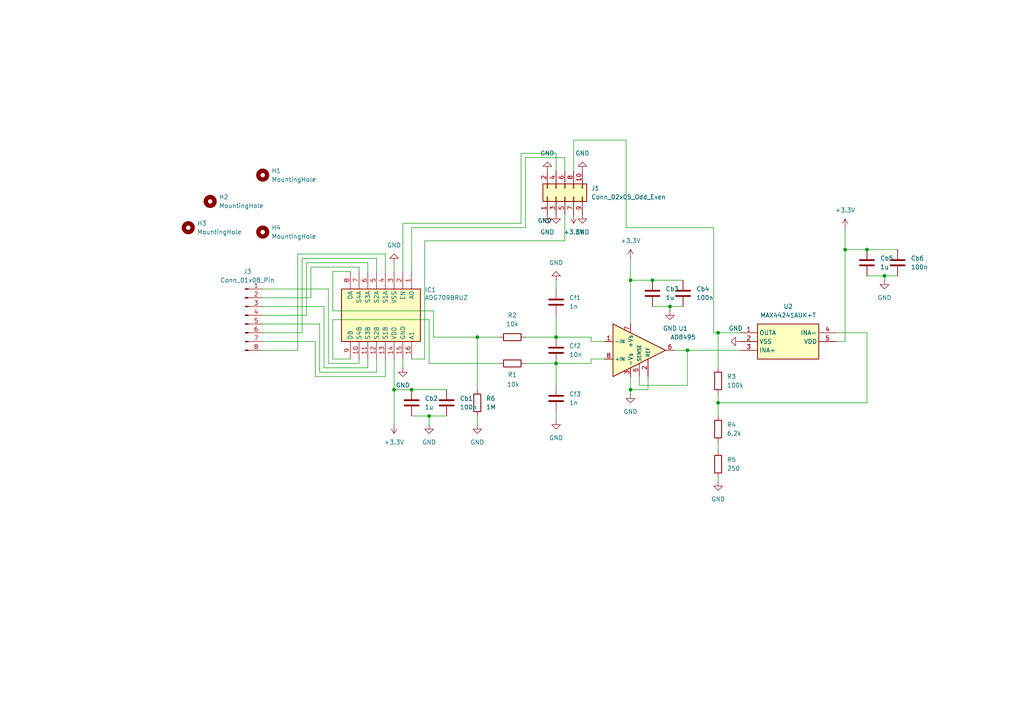
<source format=kicad_sch>
(kicad_sch (version 20231120) (generator "eeschema") (generator_version "8.0")
  (paper "A4")
  (lib_symbols
    (symbol "ADG709BRUZ:ADG709BRUZ"
      (property "Reference" "IC" (at 21.59 7.62 0))
      (property "Value" "ADG709BRUZ" (at 21.59 5.08 0))
      (symbol "ADG709BRUZ_1_1"
        (rectangle (start 5.08 2.54) (end 20.32 -20.32) (stroke (width 0.254)) (fill (type background)))
        (pin passive line (at 0 0 0) (length 5.08) (name "A0") (number "1"))
        (pin passive line (at 25.4 -15.24 180) (length 5.08) (name "S4B") (number "10"))
        (pin passive line (at 25.4 -12.7 180) (length 5.08) (name "S3B") (number "11"))
        (pin passive line (at 25.4 -10.16 180) (length 5.08) (name "S2B") (number "12"))
        (pin passive line (at 25.4 -7.62 180) (length 5.08) (name "S1B") (number "13"))
        (pin passive line (at 25.4 -5.08 180) (length 5.08) (name "VDD") (number "14"))
        (pin passive line (at 25.4 -2.54 180) (length 5.08) (name "GND") (number "15"))
        (pin passive line (at 25.4 0 180) (length 5.08) (name "A1") (number "16"))
        (pin passive line (at 0 -2.54 0) (length 5.08) (name "EN") (number "2"))
        (pin passive line (at 0 -5.08 0) (length 5.08) (name "VSS") (number "3"))
        (pin passive line (at 0 -7.62 0) (length 5.08) (name "S1A") (number "4"))
        (pin passive line (at 0 -10.16 0) (length 5.08) (name "S2A") (number "5"))
        (pin passive line (at 0 -12.7 0) (length 5.08) (name "S3A") (number "6"))
        (pin passive line (at 0 -15.24 0) (length 5.08) (name "S4A") (number "7"))
        (pin passive line (at 0 -17.78 0) (length 5.08) (name "DA") (number "8"))
        (pin passive line (at 25.4 -17.78 180) (length 5.08) (name "DB") (number "9"))
      )
    )
    (symbol "Connector:Conn_01x08_Pin" (pin_names (offset 1.016) hide)
      (property "Reference" "J" (at 0 10.16 0))
      (property "Value" "Conn_01x08_Pin" (at 0 -12.7 0))
      (symbol "Conn_01x08_Pin_1_1"
        (polyline (pts (xy 1.27 -10.16) (xy 0.8636 -10.16)) (stroke (width 0.1524)))
        (polyline (pts (xy 1.27 -7.62) (xy 0.8636 -7.62)) (stroke (width 0.1524)))
        (polyline (pts (xy 1.27 -5.08) (xy 0.8636 -5.08)) (stroke (width 0.1524)))
        (polyline (pts (xy 1.27 -2.54) (xy 0.8636 -2.54)) (stroke (width 0.1524)))
        (polyline (pts (xy 1.27 0) (xy 0.8636 0)) (stroke (width 0.1524)))
        (polyline (pts (xy 1.27 2.54) (xy 0.8636 2.54)) (stroke (width 0.1524)))
        (polyline (pts (xy 1.27 5.08) (xy 0.8636 5.08)) (stroke (width 0.1524)))
        (polyline (pts (xy 1.27 7.62) (xy 0.8636 7.62)) (stroke (width 0.1524)))
        (rectangle (start 0.8636 -10.033) (end 0 -10.287) (stroke (width 0.1524)) (fill (type outline)))
        (rectangle (start 0.8636 -7.493) (end 0 -7.747) (stroke (width 0.1524)) (fill (type outline)))
        (rectangle (start 0.8636 -4.953) (end 0 -5.207) (stroke (width 0.1524)) (fill (type outline)))
        (rectangle (start 0.8636 -2.413) (end 0 -2.667) (stroke (width 0.1524)) (fill (type outline)))
        (rectangle (start 0.8636 0.127) (end 0 -0.127) (stroke (width 0.1524)) (fill (type outline)))
        (rectangle (start 0.8636 2.667) (end 0 2.413) (stroke (width 0.1524)) (fill (type outline)))
        (rectangle (start 0.8636 5.207) (end 0 4.953) (stroke (width 0.1524)) (fill (type outline)))
        (rectangle (start 0.8636 7.747) (end 0 7.493) (stroke (width 0.1524)) (fill (type outline)))
        (pin passive line (at 5.08 7.62 180) (length 3.81) (name "Pin_1") (number "1"))
        (pin passive line (at 5.08 5.08 180) (length 3.81) (name "Pin_2") (number "2"))
        (pin passive line (at 5.08 2.54 180) (length 3.81) (name "Pin_3") (number "3"))
        (pin passive line (at 5.08 0 180) (length 3.81) (name "Pin_4") (number "4"))
        (pin passive line (at 5.08 -2.54 180) (length 3.81) (name "Pin_5") (number "5"))
        (pin passive line (at 5.08 -5.08 180) (length 3.81) (name "Pin_6") (number "6"))
        (pin passive line (at 5.08 -7.62 180) (length 3.81) (name "Pin_7") (number "7"))
        (pin passive line (at 5.08 -10.16 180) (length 3.81) (name "Pin_8") (number "8"))
      )
    )
    (symbol "Connector_Generic:Conn_02x05_Odd_Even" (pin_names (offset 1.016) hide)
      (property "Reference" "J" (at 1.27 7.62 0))
      (property "Value" "Conn_02x05_Odd_Even" (at 1.27 -7.62 0))
      (symbol "Conn_02x05_Odd_Even_1_1"
        (rectangle (start -1.27 -4.953) (end 0 -5.207) (stroke (width 0.1524)))
        (rectangle (start -1.27 -2.413) (end 0 -2.667) (stroke (width 0.1524)))
        (rectangle (start -1.27 0.127) (end 0 -0.127) (stroke (width 0.1524)))
        (rectangle (start -1.27 2.667) (end 0 2.413) (stroke (width 0.1524)))
        (rectangle (start -1.27 5.207) (end 0 4.953) (stroke (width 0.1524)))
        (rectangle (start -1.27 6.35) (end 3.81 -6.35) (stroke (width 0.254)) (fill (type background)))
        (rectangle (start 3.81 -4.953) (end 2.54 -5.207) (stroke (width 0.1524)))
        (rectangle (start 3.81 -2.413) (end 2.54 -2.667) (stroke (width 0.1524)))
        (rectangle (start 3.81 0.127) (end 2.54 -0.127) (stroke (width 0.1524)))
        (rectangle (start 3.81 2.667) (end 2.54 2.413) (stroke (width 0.1524)))
        (rectangle (start 3.81 5.207) (end 2.54 4.953) (stroke (width 0.1524)))
        (pin passive line (at -5.08 5.08 0) (length 3.81) (name "Pin_1") (number "1"))
        (pin passive line (at 7.62 -5.08 180) (length 3.81) (name "Pin_10") (number "10"))
        (pin passive line (at 7.62 5.08 180) (length 3.81) (name "Pin_2") (number "2"))
        (pin passive line (at -5.08 2.54 0) (length 3.81) (name "Pin_3") (number "3"))
        (pin passive line (at 7.62 2.54 180) (length 3.81) (name "Pin_4") (number "4"))
        (pin passive line (at -5.08 0 0) (length 3.81) (name "Pin_5") (number "5"))
        (pin passive line (at 7.62 0 180) (length 3.81) (name "Pin_6") (number "6"))
        (pin passive line (at -5.08 -2.54 0) (length 3.81) (name "Pin_7") (number "7"))
        (pin passive line (at 7.62 -2.54 180) (length 3.81) (name "Pin_8") (number "8"))
        (pin passive line (at -5.08 -5.08 0) (length 3.81) (name "Pin_9") (number "9"))
      )
    )
    (symbol "Device:C" (pin_numbers hide) (pin_names (offset 0.254))
      (property "Reference" "C" (at 0.635 2.54 0))
      (property "Value" "C" (at 0.635 -2.54 0))
      (symbol "C_0_1"
        (polyline (pts (xy -2.032 -0.762) (xy 2.032 -0.762)) (stroke (width 0.508)))
        (polyline (pts (xy -2.032 0.762) (xy 2.032 0.762)) (stroke (width 0.508)))
      )
      (symbol "C_1_1"
        (pin passive line (at 0 3.81 270) (length 2.794) (name "~") (number "1"))
        (pin passive line (at 0 -3.81 90) (length 2.794) (name "~") (number "2"))
      )
    )
    (symbol "Device:R" (pin_numbers hide) (pin_names (offset 0))
      (property "Reference" "R" (at 2.032 0 90))
      (property "Value" "R" (at 0 0 90))
      (symbol "R_0_1"
        (rectangle (start -1.016 -2.54) (end 1.016 2.54) (stroke (width 0.254)))
      )
      (symbol "R_1_1"
        (pin passive line (at 0 3.81 270) (length 1.27) (name "~") (number "1"))
        (pin passive line (at 0 -3.81 90) (length 1.27) (name "~") (number "2"))
      )
    )
    (symbol "MAX44241AUK+T:MAX44241AUK+T"
      (property "Reference" "IC" (at 24.13 7.62 0))
      (property "Value" "MAX44241AUK+T" (at 24.13 5.08 0))
      (symbol "MAX44241AUK+T_1_1"
        (rectangle (start 5.08 2.54) (end 22.86 -7.62) (stroke (width 0.254)) (fill (type background)))
        (pin passive line (at 0 0 0) (length 5.08) (name "OUTA") (number "1"))
        (pin passive line (at 0 -2.54 0) (length 5.08) (name "VSS") (number "2"))
        (pin passive line (at 0 -5.08 0) (length 5.08) (name "INA+") (number "3"))
        (pin passive line (at 27.94 0 180) (length 5.08) (name "INA-") (number "4"))
        (pin passive line (at 27.94 -2.54 180) (length 5.08) (name "VDD") (number "5"))
      )
    )
    (symbol "Mechanical:MountingHole" (pin_names (offset 1.016)) (exclude_from_sim yes) (in_bom no)
      (property "Reference" "H" (at 0 5.08 0))
      (property "Value" "MountingHole" (at 0 3.175 0))
      (symbol "MountingHole_0_1"
        (circle (center 0 0) (radius 1.27) (stroke (width 1.27)))
      )
    )
    (symbol "Sensor_Temperature:AD8495"
      (property "Reference" "U" (at 5.08 3.81 0))
      (property "Value" "AD8495" (at 8.89 -3.81 0))
      (symbol "AD8495_0_1"
        (polyline (pts (xy -7.62 7.62) (xy 7.62 0) (xy -7.62 -7.62) (xy -7.62 7.62)) (stroke (width 0.254)) (fill (type background)))
      )
      (symbol "AD8495_1_1"
        (pin input line (at -10.16 2.54 0) (length 2.54) (name "-IN") (number "1"))
        (pin input line (at 2.54 -7.62 90) (length 5.08) (name "REF") (number "2"))
        (pin power_in line (at -2.54 -7.62 90) (length 2.54) (name "-Vs") (number "3"))
        (pin no_connect line (at -5.08 0 180) (length 2.54) hide (name "NC") (number "4"))
        (pin passive line (at 0 -7.62 90) (length 3.81) (name "SENSE") (number "5"))
        (pin output line (at 10.16 0 180) (length 2.54) (name "~") (number "6"))
        (pin power_in line (at -2.54 7.62 270) (length 2.54) (name "+Vs") (number "7"))
        (pin input line (at -10.16 -2.54 0) (length 2.54) (name "+IN") (number "8"))
      )
    )
    (symbol "power:+3.3V" (power) (pin_numbers hide) (pin_names (offset 0) hide)
      (property "Value" "+3.3V" (at 0 3.556 0))
      (symbol "+3.3V_0_1"
        (polyline (pts (xy -0.762 1.27) (xy 0 2.54)))
        (polyline (pts (xy 0 0) (xy 0 2.54)))
        (polyline (pts (xy 0 2.54) (xy 0.762 1.27)))
      )
      (symbol "+3.3V_1_1"
        (pin power_in line (at 0 0 90) (length 0) (name "~") (number "1"))
      )
    )
    (symbol "power:GND" (power) (pin_numbers hide) (pin_names (offset 0) hide)
      (property "Value" "GND" (at 0 -3.81 0))
      (symbol "GND_0_1"
        (polyline (pts (xy 0 0) (xy 0 -1.27) (xy 1.27 -1.27) (xy 0 -2.54) (xy -1.27 -1.27) (xy 0 -1.27)))
      )
      (symbol "GND_1_1"
        (pin power_in line (at 0 0 270) (length 0) (name "~") (number "1"))
      )
    )
  )
  (junction (at 199.39 101.6))
  (junction (at 256.54 80.01))
  (junction (at 182.88 113.03))
  (junction (at 251.46 72.39))
  (junction (at 208.28 96.52))
  (junction (at 189.23 81.28))
  (junction (at 182.88 81.28))
  (junction (at 208.28 116.84))
  (junction (at 138.43 97.79))
  (junction (at 119.38 113.03))
  (junction (at 124.46 120.65))
  (junction (at 161.29 105.41))
  (junction (at 161.29 97.79))
  (junction (at 194.31 88.9))
  (junction (at 245.11 72.39))
  (junction (at 114.3 113.03))
  (wire (pts (xy 182.88 113.03) (xy 187.96 113.03)))
  (wire (pts (xy 207.01 96.52) (xy 207.01 66.04)))
  (wire (pts (xy 96.52 92.71) (xy 124.46 92.71)))
  (wire (pts (xy 208.28 138.43) (xy 208.28 139.7)))
  (wire (pts (xy 93.98 106.68) (xy 106.68 106.68)))
  (wire (pts (xy 76.2 96.52) (xy 87.63 96.52)))
  (wire (pts (xy 151.13 44.45) (xy 151.13 64.77)))
  (wire (pts (xy 161.29 119.38) (xy 161.29 121.92)))
  (wire (pts (xy 87.63 96.52) (xy 87.63 74.93)))
  (wire (pts (xy 114.3 113.03) (xy 119.38 113.03)))
  (wire (pts (xy 194.31 88.9) (xy 194.31 90.17)))
  (wire (pts (xy 95.25 83.82) (xy 95.25 105.41)))
  (wire (pts (xy 123.19 104.14) (xy 123.19 69.85)))
  (wire (pts (xy 163.83 49.53) (xy 163.83 45.72)))
  (wire (pts (xy 96.52 104.14) (xy 101.6 104.14)))
  (wire (pts (xy 106.68 76.2) (xy 106.68 78.74)))
  (wire (pts (xy 124.46 92.71) (xy 124.46 105.41)))
  (wire (pts (xy 181.61 66.04) (xy 207.01 66.04)))
  (wire (pts (xy 95.25 105.41) (xy 104.14 105.41)))
  (wire (pts (xy 182.88 81.28) (xy 189.23 81.28)))
  (wire (pts (xy 124.46 120.65) (xy 124.46 123.19)))
  (wire (pts (xy 207.01 96.52) (xy 208.28 96.52)))
  (wire (pts (xy 88.9 76.2) (xy 106.68 76.2)))
  (wire (pts (xy 251.46 96.52) (xy 251.46 116.84)))
  (wire (pts (xy 189.23 81.28) (xy 198.12 81.28)))
  (wire (pts (xy 208.28 116.84) (xy 208.28 120.65)))
  (wire (pts (xy 242.57 99.06) (xy 245.11 99.06)))
  (wire (pts (xy 125.73 97.79) (xy 138.43 97.79)))
  (wire (pts (xy 208.28 96.52) (xy 214.63 96.52)))
  (wire (pts (xy 152.4 45.72) (xy 152.4 66.04)))
  (wire (pts (xy 152.4 45.72) (xy 163.83 45.72)))
  (wire (pts (xy 161.29 105.41) (xy 171.45 105.41)))
  (wire (pts (xy 152.4 105.41) (xy 161.29 105.41)))
  (wire (pts (xy 187.96 109.22) (xy 187.96 113.03)))
  (wire (pts (xy 119.38 78.74) (xy 119.38 66.04)))
  (wire (pts (xy 161.29 44.45) (xy 161.29 49.53)))
  (wire (pts (xy 195.58 101.6) (xy 199.39 101.6)))
  (wire (pts (xy 96.52 78.74) (xy 96.52 90.17)))
  (wire (pts (xy 161.29 91.44) (xy 161.29 97.79)))
  (wire (pts (xy 119.38 104.14) (xy 123.19 104.14)))
  (wire (pts (xy 116.84 64.77) (xy 116.84 78.74)))
  (wire (pts (xy 109.22 107.95) (xy 109.22 104.14)))
  (wire (pts (xy 104.14 105.41) (xy 104.14 104.14)))
  (wire (pts (xy 124.46 105.41) (xy 144.78 105.41)))
  (wire (pts (xy 101.6 78.74) (xy 96.52 78.74)))
  (wire (pts (xy 76.2 101.6) (xy 86.36 101.6)))
  (wire (pts (xy 90.17 77.47) (xy 104.14 77.47)))
  (wire (pts (xy 182.88 113.03) (xy 182.88 114.3)))
  (wire (pts (xy 106.68 106.68) (xy 106.68 104.14)))
  (wire (pts (xy 175.26 99.06) (xy 171.45 99.06)))
  (wire (pts (xy 104.14 77.47) (xy 104.14 78.74)))
  (wire (pts (xy 245.11 66.04) (xy 245.11 72.39)))
  (wire (pts (xy 161.29 44.45) (xy 151.13 44.45)))
  (wire (pts (xy 256.54 80.01) (xy 260.35 80.01)))
  (wire (pts (xy 199.39 111.76) (xy 199.39 101.6)))
  (wire (pts (xy 76.2 91.44) (xy 88.9 91.44)))
  (wire (pts (xy 161.29 97.79) (xy 171.45 97.79)))
  (wire (pts (xy 256.54 80.01) (xy 256.54 81.28)))
  (wire (pts (xy 76.2 99.06) (xy 91.44 99.06)))
  (wire (pts (xy 111.76 73.66) (xy 111.76 78.74)))
  (wire (pts (xy 194.31 88.9) (xy 198.12 88.9)))
  (wire (pts (xy 185.42 109.22) (xy 185.42 111.76)))
  (wire (pts (xy 208.28 114.3) (xy 208.28 116.84)))
  (wire (pts (xy 208.28 116.84) (xy 251.46 116.84)))
  (wire (pts (xy 245.11 72.39) (xy 245.11 99.06)))
  (wire (pts (xy 199.39 101.6) (xy 214.63 101.6)))
  (wire (pts (xy 92.71 93.98) (xy 92.71 107.95)))
  (wire (pts (xy 111.76 109.22) (xy 111.76 104.14)))
  (wire (pts (xy 76.2 83.82) (xy 95.25 83.82)))
  (wire (pts (xy 119.38 120.65) (xy 124.46 120.65)))
  (wire (pts (xy 76.2 88.9) (xy 93.98 88.9)))
  (wire (pts (xy 138.43 97.79) (xy 138.43 113.03)))
  (wire (pts (xy 119.38 113.03) (xy 129.54 113.03)))
  (wire (pts (xy 251.46 72.39) (xy 260.35 72.39)))
  (wire (pts (xy 161.29 81.28) (xy 161.29 83.82)))
  (wire (pts (xy 96.52 90.17) (xy 125.73 90.17)))
  (wire (pts (xy 93.98 88.9) (xy 93.98 106.68)))
  (wire (pts (xy 171.45 104.14) (xy 171.45 105.41)))
  (wire (pts (xy 91.44 109.22) (xy 111.76 109.22)))
  (wire (pts (xy 185.42 111.76) (xy 199.39 111.76)))
  (wire (pts (xy 151.13 64.77) (xy 116.84 64.77)))
  (wire (pts (xy 90.17 86.36) (xy 90.17 77.47)))
  (wire (pts (xy 109.22 74.93) (xy 109.22 78.74)))
  (wire (pts (xy 116.84 104.14) (xy 116.84 106.68)))
  (wire (pts (xy 163.83 62.23) (xy 163.83 69.85)))
  (wire (pts (xy 161.29 105.41) (xy 161.29 111.76)))
  (wire (pts (xy 166.37 40.64) (xy 181.61 40.64)))
  (wire (pts (xy 125.73 90.17) (xy 125.73 97.79)))
  (wire (pts (xy 119.38 66.04) (xy 152.4 66.04)))
  (wire (pts (xy 189.23 88.9) (xy 194.31 88.9)))
  (wire (pts (xy 163.83 69.85) (xy 123.19 69.85)))
  (wire (pts (xy 96.52 104.14) (xy 96.52 92.71)))
  (wire (pts (xy 114.3 76.2) (xy 114.3 78.74)))
  (wire (pts (xy 86.36 73.66) (xy 86.36 101.6)))
  (wire (pts (xy 76.2 86.36) (xy 90.17 86.36)))
  (wire (pts (xy 88.9 91.44) (xy 88.9 76.2)))
  (wire (pts (xy 171.45 99.06) (xy 171.45 97.79)))
  (wire (pts (xy 242.57 96.52) (xy 251.46 96.52)))
  (wire (pts (xy 182.88 81.28) (xy 182.88 93.98)))
  (wire (pts (xy 181.61 40.64) (xy 181.61 66.04)))
  (wire (pts (xy 166.37 49.53) (xy 166.37 40.64)))
  (wire (pts (xy 245.11 72.39) (xy 251.46 72.39)))
  (wire (pts (xy 182.88 74.93) (xy 182.88 81.28)))
  (wire (pts (xy 76.2 93.98) (xy 92.71 93.98)))
  (wire (pts (xy 114.3 104.14) (xy 114.3 113.03)))
  (wire (pts (xy 152.4 97.79) (xy 161.29 97.79)))
  (wire (pts (xy 251.46 80.01) (xy 256.54 80.01)))
  (wire (pts (xy 114.3 113.03) (xy 114.3 123.19)))
  (wire (pts (xy 138.43 97.79) (xy 144.78 97.79)))
  (wire (pts (xy 182.88 109.22) (xy 182.88 113.03)))
  (wire (pts (xy 91.44 99.06) (xy 91.44 109.22)))
  (wire (pts (xy 208.28 128.27) (xy 208.28 130.81)))
  (wire (pts (xy 175.26 104.14) (xy 171.45 104.14)))
  (wire (pts (xy 138.43 120.65) (xy 138.43 123.19)))
  (wire (pts (xy 87.63 74.93) (xy 109.22 74.93)))
  (wire (pts (xy 92.71 107.95) (xy 109.22 107.95)))
  (wire (pts (xy 208.28 106.68) (xy 208.28 96.52)))
  (wire (pts (xy 124.46 120.65) (xy 129.54 120.65)))
  (wire (pts (xy 111.76 73.66) (xy 86.36 73.66)))
  (symbol (lib_id "power:+3.3V") (at 182.88 74.93 0) (unit 1)
    (property "Reference" "#PWR014" (effects (hide yes)))
    (property "Value" "+3.3V" (at 182.88 69.85 0))
    (property "Description" "Power symbol creates a global label with name \"+3.3V\"" (effects (hide yes)))
  )
  (symbol (lib_id "power:GND") (at 158.75 62.23 0) (unit 1)
    (property "Reference" "#PWR011" (effects (hide yes)))
    (property "Value" "GND" (at 158.75 67.31 0))
    (property "Description" "Power symbol creates a global label with name \"GND\" , ground" (effects (hide yes)))
  )
  (symbol (lib_id "power:GND") (at 182.88 114.3 0) (unit 1)
    (property "Reference" "#PWR08" (effects (hide yes)))
    (property "Value" "GND" (at 182.88 119.38 0))
    (property "Description" "Power symbol creates a global label with name \"GND\" , ground" (effects (hide yes)))
  )
  (symbol (lib_id "power:+3.3V") (at 245.11 66.04 0) (unit 1)
    (property "Reference" "#PWR020" (effects (hide yes)))
    (property "Value" "+3.3V" (at 245.11 60.96 0))
    (property "Description" "Power symbol creates a global label with name \"+3.3V\"" (effects (hide yes)))
  )
  (symbol (lib_id "power:GND") (at 158.75 49.53 180) (unit 1)
    (property "Reference" "#PWR018" (effects (hide yes)))
    (property "Value" "GND" (at 158.75 44.45 0))
    (property "Description" "Power symbol creates a global label with name \"GND\" , ground" (effects (hide yes)))
  )
  (symbol (lib_id "power:GND") (at 168.91 49.53 180) (unit 1)
    (property "Reference" "#PWR017" (effects (hide yes)))
    (property "Value" "GND" (at 168.91 44.45 0))
    (property "Description" "Power symbol creates a global label with name \"GND\" , ground" (effects (hide yes)))
  )
  (symbol (lib_id "power:GND") (at 214.63 99.06 270) (unit 1)
    (property "Reference" "#PWR012" (effects (hide yes)))
    (property "Value" "GND" (at 213.36 95.25 90))
    (property "Description" "Power symbol creates a global label with name \"GND\" , ground" (effects (hide yes)))
  )
  (symbol (lib_id "ADG709BRUZ:ADG709BRUZ") (at 119.38 78.74 270) (unit 1)
    (property "Reference" "IC1" (at 123.19 84.074 90) (effects (justify left)))
    (property "Value" "ADG709BRUZ" (at 123.19 86.36 90) (effects (justify left)))
    (property "Footprint" "Package_SO:TSSOP-16_4.4x5mm_P0.65mm" (effects (hide yes)))
    (property "Datasheet" "http://www.analog.com/static/imported-files/data_sheets/ADG708_709.pdf" (effects (hide yes)))
    (property "Description" "ADG709BRUZ, Analogue Switch Single 4:1, 3, 5V, 16-Pin, TSSOP" (effects (hide yes)))
    (property "Height" "1.2" (effects (hide yes)))
    (property "Manufacturer_Name" "Analog Devices" (effects (hide yes)))
    (property "Manufacturer_Part_Number" "ADG709BRUZ" (effects (hide yes)))
    (property "Mouser Part Number" "584-ADG709BRUZ" (effects (hide yes)))
    (property "Mouser Price/Stock" "https://www.mouser.co.uk/ProductDetail/Analog-Devices/ADG709BRUZ?qs=BpaRKvA4VqHyxPzJKAwGNQ%3D%3D" (effects (hide yes)))
    (property "Arrow Part Number" "ADG709BRUZ" (effects (hide yes)))
    (property "Arrow Price/Stock" "https://www.arrow.com/en/products/adg709bruz/analog-devices?region=nac" (effects (hide yes)))
  )
  (symbol (lib_id "Device:R") (at 148.59 105.41 90) (unit 1)
    (property "Reference" "R1" (at 148.59 108.712 90))
    (property "Value" "10k" (at 148.844 111.506 90))
    (property "Footprint" "Resistor_SMD:R_0402_1005Metric" (effects (hide yes)))
    (property "Description" "Resistor" (effects (hide yes)))
  )
  (symbol (lib_id "power:GND") (at 114.3 76.2 180) (unit 1)
    (property "Reference" "#PWR04" (effects (hide yes)))
    (property "Value" "GND" (at 114.3 71.12 0))
    (property "Description" "Power symbol creates a global label with name \"GND\" , ground" (effects (hide yes)))
  )
  (symbol (lib_id "Device:C") (at 119.38 116.84 0) (unit 1)
    (property "Reference" "Cb2" (at 123.19 115.5699 0) (effects (justify left)))
    (property "Value" "1u" (at 123.19 118.1099 0) (effects (justify left)))
    (property "Footprint" "Capacitor_SMD:C_0402_1005Metric" (effects (hide yes)))
    (property "Description" "Unpolarized capacitor" (effects (hide yes)))
  )
  (symbol (lib_id "power:GND") (at 168.91 62.23 0) (unit 1)
    (property "Reference" "#PWR016" (effects (hide yes)))
    (property "Value" "GND" (at 168.91 67.31 0))
    (property "Description" "Power symbol creates a global label with name \"GND\" , ground" (effects (hide yes)))
  )
  (symbol (lib_id "Mechanical:MountingHole") (at 60.96 58.42 0) (unit 1) (exclude_from_sim yes) (in_bom no)
    (property "Reference" "H2" (at 63.5 57.1499 0) (effects (justify left)))
    (property "Value" "MountingHole" (at 63.5 59.6899 0) (effects (justify left)))
    (property "Footprint" "MountingHole:MountingHole_2.2mm_M2_DIN965_Pad_TopBottom" (effects (hide yes)))
    (property "Description" "Mounting Hole without connection" (effects (hide yes)))
  )
  (symbol (lib_id "Device:R") (at 208.28 134.62 0) (unit 1)
    (property "Reference" "R5" (at 210.82 133.3499 0) (effects (justify left)))
    (property "Value" "250" (at 210.82 135.8899 0) (effects (justify left)))
    (property "Footprint" "Resistor_SMD:R_0402_1005Metric" (effects (hide yes)))
    (property "Description" "Resistor" (effects (hide yes)))
  )
  (symbol (lib_id "Device:R") (at 208.28 124.46 0) (unit 1)
    (property "Reference" "R4" (at 210.82 123.1899 0) (effects (justify left)))
    (property "Value" "6.2k" (at 210.82 125.7299 0) (effects (justify left)))
    (property "Footprint" "Resistor_SMD:R_0603_1608Metric" (effects (hide yes)))
    (property "Description" "Resistor" (effects (hide yes)))
  )
  (symbol (lib_id "power:GND") (at 194.31 90.17 0) (unit 1)
    (property "Reference" "#PWR010" (effects (hide yes)))
    (property "Value" "GND" (at 194.31 95.25 0))
    (property "Description" "Power symbol creates a global label with name \"GND\" , ground" (effects (hide yes)))
  )
  (symbol (lib_id "power:GND") (at 256.54 81.28 0) (unit 1)
    (property "Reference" "#PWR021" (effects (hide yes)))
    (property "Value" "GND" (at 256.54 86.36 0))
    (property "Description" "Power symbol creates a global label with name \"GND\" , ground" (effects (hide yes)))
  )
  (symbol (lib_id "Device:C") (at 161.29 101.6 0) (unit 1)
    (property "Reference" "Cf2" (at 165.1 100.3299 0) (effects (justify left)))
    (property "Value" "10n" (at 165.1 102.8699 0) (effects (justify left)))
    (property "Footprint" "Capacitor_SMD:C_0603_1608Metric" (effects (hide yes)))
    (property "Description" "Unpolarized capacitor" (effects (hide yes)))
  )
  (symbol (lib_id "Mechanical:MountingHole") (at 54.61 66.04 0) (unit 1) (exclude_from_sim yes) (in_bom no)
    (property "Reference" "H3" (at 57.15 64.7699 0) (effects (justify left)))
    (property "Value" "MountingHole" (at 57.15 67.3099 0) (effects (justify left)))
    (property "Footprint" "MountingHole:MountingHole_2.2mm_M2_DIN965_Pad_TopBottom" (effects (hide yes)))
    (property "Description" "Mounting Hole without connection" (effects (hide yes)))
  )
  (symbol (lib_id "Device:C") (at 129.54 116.84 0) (unit 1)
    (property "Reference" "Cb1" (at 133.35 115.5699 0) (effects (justify left)))
    (property "Value" "100n" (at 133.35 118.1099 0) (effects (justify left)))
    (property "Footprint" "Capacitor_SMD:C_0402_1005Metric" (effects (hide yes)))
    (property "Description" "Unpolarized capacitor" (effects (hide yes)))
  )
  (symbol (lib_id "power:GND") (at 138.43 123.19 0) (unit 1)
    (property "Reference" "#PWR03" (effects (hide yes)))
    (property "Value" "GND" (at 138.43 128.27 0))
    (property "Description" "Power symbol creates a global label with name \"GND\" , ground" (effects (hide yes)))
  )
  (symbol (lib_id "power:+3.3V") (at 166.37 62.23 180) (unit 1)
    (property "Reference" "#PWR015" (effects (hide yes)))
    (property "Value" "+3.3V" (at 166.37 67.31 0))
    (property "Description" "Power symbol creates a global label with name \"+3.3V\"" (effects (hide yes)))
  )
  (symbol (lib_id "Device:C") (at 251.46 76.2 0) (unit 1)
    (property "Reference" "Cb5" (at 255.27 74.9299 0) (effects (justify left)))
    (property "Value" "1u" (at 255.27 77.4699 0) (effects (justify left)))
    (property "Footprint" "Capacitor_SMD:C_0402_1005Metric" (effects (hide yes)))
    (property "Description" "Unpolarized capacitor" (effects (hide yes)))
  )
  (symbol (lib_id "Mechanical:MountingHole") (at 76.2 50.8 0) (unit 1) (exclude_from_sim yes) (in_bom no)
    (property "Reference" "H1" (at 78.74 49.5299 0) (effects (justify left)))
    (property "Value" "MountingHole" (at 78.74 52.0699 0) (effects (justify left)))
    (property "Footprint" "MountingHole:MountingHole_2.2mm_M2_DIN965_Pad_TopBottom" (effects (hide yes)))
    (property "Description" "Mounting Hole without connection" (effects (hide yes)))
  )
  (symbol (lib_id "power:+3.3V") (at 114.3 123.19 180) (unit 1)
    (property "Reference" "#PWR013" (effects (hide yes)))
    (property "Value" "+3.3V" (at 114.3 128.27 0))
    (property "Description" "Power symbol creates a global label with name \"+3.3V\"" (effects (hide yes)))
  )
  (symbol (lib_id "power:GND") (at 161.29 81.28 180) (unit 1)
    (property "Reference" "#PWR06" (effects (hide yes)))
    (property "Value" "GND" (at 161.29 76.2 0))
    (property "Description" "Power symbol creates a global label with name \"GND\" , ground" (effects (hide yes)))
  )
  (symbol (lib_id "Device:R") (at 148.59 97.79 90) (unit 1)
    (property "Reference" "R2" (at 148.59 91.44 90))
    (property "Value" "10k" (at 148.59 93.98 90))
    (property "Footprint" "Resistor_SMD:R_0402_1005Metric" (effects (hide yes)))
    (property "Description" "Resistor" (effects (hide yes)))
  )
  (symbol (lib_id "Device:C") (at 260.35 76.2 0) (unit 1)
    (property "Reference" "Cb6" (at 264.16 74.9299 0) (effects (justify left)))
    (property "Value" "100n" (at 264.16 77.4699 0) (effects (justify left)))
    (property "Footprint" "Capacitor_SMD:C_0402_1005Metric" (effects (hide yes)))
    (property "Description" "Unpolarized capacitor" (effects (hide yes)))
  )
  (symbol (lib_id "Device:C") (at 198.12 85.09 0) (unit 1)
    (property "Reference" "Cb4" (at 201.93 83.8199 0) (effects (justify left)))
    (property "Value" "100n" (at 201.93 86.3599 0) (effects (justify left)))
    (property "Footprint" "Capacitor_SMD:C_0402_1005Metric" (effects (hide yes)))
    (property "Description" "Unpolarized capacitor" (effects (hide yes)))
  )
  (symbol (lib_id "Device:R") (at 208.28 110.49 0) (unit 1)
    (property "Reference" "R3" (at 210.82 109.2199 0) (effects (justify left)))
    (property "Value" "100k" (at 210.82 111.7599 0) (effects (justify left)))
    (property "Footprint" "Resistor_SMD:R_0402_1005Metric" (effects (hide yes)))
    (property "Description" "Resistor" (effects (hide yes)))
  )
  (symbol (lib_id "Device:C") (at 161.29 87.63 0) (unit 1)
    (property "Reference" "Cf1" (at 165.1 86.3599 0) (effects (justify left)))
    (property "Value" "1n" (at 165.1 88.8999 0) (effects (justify left)))
    (property "Footprint" "Capacitor_SMD:C_0603_1608Metric" (effects (hide yes)))
    (property "Description" "Unpolarized capacitor" (effects (hide yes)))
  )
  (symbol (lib_id "Device:C") (at 161.29 115.57 0) (unit 1)
    (property "Reference" "Cf3" (at 165.1 114.2999 0) (effects (justify left)))
    (property "Value" "1n" (at 165.1 116.8399 0) (effects (justify left)))
    (property "Footprint" "Capacitor_SMD:C_0603_1608Metric" (effects (hide yes)))
    (property "Description" "Unpolarized capacitor" (effects (hide yes)))
  )
  (symbol (lib_id "Connector:Conn_01x08_Pin") (at 71.12 91.44 0) (unit 1)
    (property "Reference" "J3" (at 71.755 78.74 0))
    (property "Value" "Conn_01x08_Pin" (at 71.755 81.28 0))
    (property "Footprint" "Connector_PinHeader_2.54mm:PinHeader_1x08_P2.54mm_Horizontal" (effects (hide yes)))
    (property "Description" "Generic connector, single row, 01x08, script generated" (effects (hide yes)))
  )
  (symbol (lib_id "Device:C") (at 189.23 85.09 0) (unit 1)
    (property "Reference" "Cb3" (at 193.04 83.8199 0) (effects (justify left)))
    (property "Value" "1u" (at 193.04 86.3599 0) (effects (justify left)))
    (property "Footprint" "Capacitor_SMD:C_0402_1005Metric" (effects (hide yes)))
    (property "Description" "Unpolarized capacitor" (effects (hide yes)))
  )
  (symbol (lib_id "Device:R") (at 138.43 116.84 0) (unit 1)
    (property "Reference" "R6" (at 140.97 115.5699 0) (effects (justify left)))
    (property "Value" "1M" (at 140.97 118.1099 0) (effects (justify left)))
    (property "Footprint" "Resistor_SMD:R_0402_1005Metric" (effects (hide yes)))
    (property "Description" "Resistor" (effects (hide yes)))
  )
  (symbol (lib_id "power:GND") (at 208.28 139.7 0) (unit 1)
    (property "Reference" "#PWR09" (effects (hide yes)))
    (property "Value" "GND" (at 208.28 144.78 0))
    (property "Description" "Power symbol creates a global label with name \"GND\" , ground" (effects (hide yes)))
  )
  (symbol (lib_id "power:GND") (at 161.29 62.23 0) (unit 1)
    (property "Reference" "#PWR07" (effects (hide yes)))
    (property "Value" "GND" (at 157.988 64.008 0))
    (property "Description" "Power symbol creates a global label with name \"GND\" , ground" (effects (hide yes)))
  )
  (symbol (lib_id "MAX44241AUK+T:MAX44241AUK+T") (at 214.63 96.52 0) (unit 1)
    (property "Reference" "U2" (at 228.6 88.9 0))
    (property "Value" "MAX44241AUK+T" (at 228.6 91.44 0))
    (property "Footprint" "Package_TO_SOT_SMD:SOT-23-5" (effects (hide yes)))
    (property "Datasheet" "https://datasheets.maximintegrated.com/en/ds/MAX44241-MAX44246.pdf" (effects (hide yes)))
    (property "Description" "Precision Amplifiers 36V Low-Noise Prec Dual Op Amp" (effects (hide yes)))
    (property "Height" "1.45" (effects (hide yes)))
    (property "Manufacturer_Name" "Analog Devices" (effects (hide yes)))
    (property "Manufacturer_Part_Number" "MAX44241AUK+T" (effects (hide yes)))
    (property "Mouser Part Number" "700-MAX44241AUK+T" (effects (hide yes)))
    (property "Mouser Price/Stock" "https://www.mouser.co.uk/ProductDetail/Analog-Devices-Maxim-Integrated/MAX44241AUK%2bT?qs=jKHy77vQLH0CNASLlhmTtA%3D%3D" (effects (hide yes)))
  )
  (symbol (lib_id "Sensor_Temperature:AD8495") (at 185.42 101.6 0) (unit 1)
    (property "Reference" "U1" (at 198.12 95.2814 0))
    (property "Value" "AD8495" (at 198.12 97.8214 0))
    (property "Footprint" "Package_SO:MSOP-8_3x3mm_P0.65mm" (effects (hide yes)))
    (property "Datasheet" "https://www.analog.com/media/en/technical-documentation/data-sheets/ad8494_8495_8496_8497.pdf" (effects (hide yes)))
    (property "Description" "Precision Thermocouple Amplifiers with Cold Junction Compensation, K-Type Thermocouple, 0 to 50C, MSOP-8" (effects (hide yes)))
  )
  (symbol (lib_id "Connector_Generic:Conn_02x05_Odd_Even") (at 163.83 57.15 90) (unit 1)
    (property "Reference" "J1" (at 171.45 54.6099 90) (effects (justify right)))
    (property "Value" "Conn_02x05_Odd_Even" (at 171.45 57.1499 90) (effects (justify right)))
    (property "Footprint" "Connector_PinHeader_2.54mm:PinHeader_2x05_P2.54mm_Horizontal" (effects (hide yes)))
    (property "Description" "Generic connector, double row, 02x05, odd/even pin numbering scheme (row 1 odd numbers, row 2 even numbers), script generated (kicad-library-utils/schlib/autogen/connector/)" (effects (hide yes)))
  )
  (symbol (lib_id "power:GND") (at 124.46 123.19 0) (unit 1)
    (property "Reference" "#PWR01" (effects (hide yes)))
    (property "Value" "GND" (at 124.46 128.27 0))
    (property "Description" "Power symbol creates a global label with name \"GND\" , ground" (effects (hide yes)))
  )
  (symbol (lib_id "power:GND") (at 116.84 106.68 0) (unit 1)
    (property "Reference" "#PWR02" (effects (hide yes)))
    (property "Value" "GND" (at 116.84 111.76 0))
    (property "Description" "Power symbol creates a global label with name \"GND\" , ground" (effects (hide yes)))
  )
  (symbol (lib_id "power:GND") (at 161.29 121.92 0) (unit 1)
    (property "Reference" "#PWR05" (effects (hide yes)))
    (property "Value" "GND" (at 161.29 127 0))
    (property "Description" "Power symbol creates a global label with name \"GND\" , ground" (effects (hide yes)))
  )
  (symbol (lib_id "Mechanical:MountingHole") (at 76.2 67.31 0) (unit 1) (exclude_from_sim yes) (in_bom no)
    (property "Reference" "H4" (at 78.74 66.0399 0) (effects (justify left)))
    (property "Value" "MountingHole" (at 78.74 68.5799 0) (effects (justify left)))
    (property "Footprint" "MountingHole:MountingHole_2.2mm_M2_DIN965_Pad_TopBottom" (effects (hide yes)))
    (property "Description" "Mounting Hole without connection" (effects (hide yes)))
  )
)
</source>
